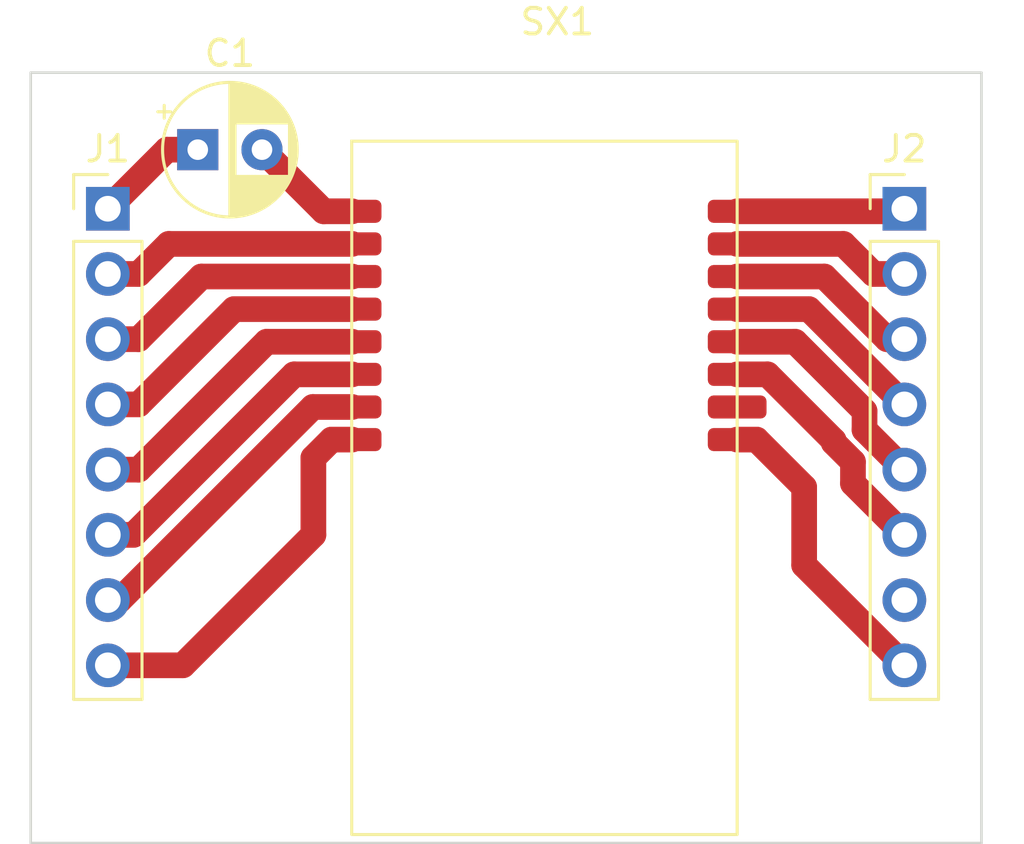
<source format=kicad_pcb>
(kicad_pcb (version 20221018) (generator pcbnew)
  (layers (0 "F.Cu" signal) (31 "B.Cu" signal) (34 "B.Paste" user) (35 "F.Paste" user) (36 "B.SilkS" user "B.Silkscreen") (37 "F.SilkS" user "F.Silkscreen") (38 "B.Mask" user) (39 "F.Mask" user) (44 "Edge.Cuts" user))
  (net 0 "")
  (net 1 "Net-(SX1-VCC)")
  (net 2 "Net-(J1-Pin_2)")
  (net 3 "Net-(J1-Pin_3)")
  (net 4 "Net-(J1-Pin_4)")
  (net 5 "Net-(J1-Pin_5)")
  (net 6 "Net-(J1-Pin_6)")
  (net 7 "Net-(J1-Pin_7)")
  (net 8 "Net-(J1-Pin_8)")
  (net 9 "Net-(J2-Pin_8)")
  (net 10 "Net-(J2-Pin_7)")
  (net 11 "Net-(J2-Pin_6)")
  (net 12 "Net-(J2-Pin_5)")
  (net 13 "Net-(J2-Pin_4)")
  (net 14 "Net-(J2-Pin_3)")
  (net 15 "Net-(J2-Pin_2)")
  (net 16 "Net-(J2-Pin_1)")
  (net 17 "Net-(J1-Pin_1)")
  (footprint "Capacitor_THT:CP_Radial_D5.0mm_P2.50mm" (layer "F.Cu") (at 116.5 100)
    (fp_text reference "C1" (at 1.25 -3.75) (layer "F.SilkS"))
    (fp_text value "C")
    (fp_line (start -1.554775 -1.475) (end -1.054775 -1.475) (stroke (width 0.12)) (layer "F.SilkS"))
    (fp_line (start -1.304775 -1.725) (end -1.304775 -1.225) (stroke (width 0.12)) (layer "F.SilkS"))
    (fp_line (start 1.25 -2.58) (end 1.25 2.58) (stroke (width 0.12)) (layer "F.SilkS"))
    (fp_line (start 1.29 -2.58) (end 1.29 2.58) (stroke (width 0.12)) (layer "F.SilkS"))
    (fp_line (start 1.33 -2.579) (end 1.33 2.579) (stroke (width 0.12)) (layer "F.SilkS"))
    (fp_line (start 1.37 -2.578) (end 1.37 2.578) (stroke (width 0.12)) (layer "F.SilkS"))
    (fp_line (start 1.41 -2.576) (end 1.41 2.576) (stroke (width 0.12)) (layer "F.SilkS"))
    (fp_line (start 1.45 -2.573) (end 1.45 2.573) (stroke (width 0.12)) (layer "F.SilkS"))
    (fp_line (start 1.49 -2.569) (end 1.49 -1.04) (stroke (width 0.12)) (layer "F.SilkS"))
    (fp_line (start 1.49 1.04) (end 1.49 2.569) (stroke (width 0.12)) (layer "F.SilkS"))
    (fp_line (start 1.53 -2.565) (end 1.53 -1.04) (stroke (width 0.12)) (layer "F.SilkS"))
    (fp_line (start 1.53 1.04) (end 1.53 2.565) (stroke (width 0.12)) (layer "F.SilkS"))
    (fp_line (start 1.57 -2.561) (end 1.57 -1.04) (stroke (width 0.12)) (layer "F.SilkS"))
    (fp_line (start 1.57 1.04) (end 1.57 2.561) (stroke (width 0.12)) (layer "F.SilkS"))
    (fp_line (start 1.61 -2.556) (end 1.61 -1.04) (stroke (width 0.12)) (layer "F.SilkS"))
    (fp_line (start 1.61 1.04) (end 1.61 2.556) (stroke (width 0.12)) (layer "F.SilkS"))
    (fp_line (start 1.65 -2.55) (end 1.65 -1.04) (stroke (width 0.12)) (layer "F.SilkS"))
    (fp_line (start 1.65 1.04) (end 1.65 2.55) (stroke (width 0.12)) (layer "F.SilkS"))
    (fp_line (start 1.69 -2.543) (end 1.69 -1.04) (stroke (width 0.12)) (layer "F.SilkS"))
    (fp_line (start 1.69 1.04) (end 1.69 2.543) (stroke (width 0.12)) (layer "F.SilkS"))
    (fp_line (start 1.73 -2.536) (end 1.73 -1.04) (stroke (width 0.12)) (layer "F.SilkS"))
    (fp_line (start 1.73 1.04) (end 1.73 2.536) (stroke (width 0.12)) (layer "F.SilkS"))
    (fp_line (start 1.77 -2.528) (end 1.77 -1.04) (stroke (width 0.12)) (layer "F.SilkS"))
    (fp_line (start 1.77 1.04) (end 1.77 2.528) (stroke (width 0.12)) (layer "F.SilkS"))
    (fp_line (start 1.81 -2.52) (end 1.81 -1.04) (stroke (width 0.12)) (layer "F.SilkS"))
    (fp_line (start 1.81 1.04) (end 1.81 2.52) (stroke (width 0.12)) (layer "F.SilkS"))
    (fp_line (start 1.85 -2.511) (end 1.85 -1.04) (stroke (width 0.12)) (layer "F.SilkS"))
    (fp_line (start 1.85 1.04) (end 1.85 2.511) (stroke (width 0.12)) (layer "F.SilkS"))
    (fp_line (start 1.89 -2.501) (end 1.89 -1.04) (stroke (width 0.12)) (layer "F.SilkS"))
    (fp_line (start 1.89 1.04) (end 1.89 2.501) (stroke (width 0.12)) (layer "F.SilkS"))
    (fp_line (start 1.93 -2.491) (end 1.93 -1.04) (stroke (width 0.12)) (layer "F.SilkS"))
    (fp_line (start 1.93 1.04) (end 1.93 2.491) (stroke (width 0.12)) (layer "F.SilkS"))
    (fp_line (start 1.971 -2.48) (end 1.971 -1.04) (stroke (width 0.12)) (layer "F.SilkS"))
    (fp_line (start 1.971 1.04) (end 1.971 2.48) (stroke (width 0.12)) (layer "F.SilkS"))
    (fp_line (start 2.011 -2.468) (end 2.011 -1.04) (stroke (width 0.12)) (layer "F.SilkS"))
    (fp_line (start 2.011 1.04) (end 2.011 2.468) (stroke (width 0.12)) (layer "F.SilkS"))
    (fp_line (start 2.051 -2.455) (end 2.051 -1.04) (stroke (width 0.12)) (layer "F.SilkS"))
    (fp_line (start 2.051 1.04) (end 2.051 2.455) (stroke (width 0.12)) (layer "F.SilkS"))
    (fp_line (start 2.091 -2.442) (end 2.091 -1.04) (stroke (width 0.12)) (layer "F.SilkS"))
    (fp_line (start 2.091 1.04) (end 2.091 2.442) (stroke (width 0.12)) (layer "F.SilkS"))
    (fp_line (start 2.131 -2.428) (end 2.131 -1.04) (stroke (width 0.12)) (layer "F.SilkS"))
    (fp_line (start 2.131 1.04) (end 2.131 2.428) (stroke (width 0.12)) (layer "F.SilkS"))
    (fp_line (start 2.171 -2.414) (end 2.171 -1.04) (stroke (width 0.12)) (layer "F.SilkS"))
    (fp_line (start 2.171 1.04) (end 2.171 2.414) (stroke (width 0.12)) (layer "F.SilkS"))
    (fp_line (start 2.211 -2.398) (end 2.211 -1.04) (stroke (width 0.12)) (layer "F.SilkS"))
    (fp_line (start 2.211 1.04) (end 2.211 2.398) (stroke (width 0.12)) (layer "F.SilkS"))
    (fp_line (start 2.251 -2.382) (end 2.251 -1.04) (stroke (width 0.12)) (layer "F.SilkS"))
    (fp_line (start 2.251 1.04) (end 2.251 2.382) (stroke (width 0.12)) (layer "F.SilkS"))
    (fp_line (start 2.291 -2.365) (end 2.291 -1.04) (stroke (width 0.12)) (layer "F.SilkS"))
    (fp_line (start 2.291 1.04) (end 2.291 2.365) (stroke (width 0.12)) (layer "F.SilkS"))
    (fp_line (start 2.331 -2.348) (end 2.331 -1.04) (stroke (width 0.12)) (layer "F.SilkS"))
    (fp_line (start 2.331 1.04) (end 2.331 2.348) (stroke (width 0.12)) (layer "F.SilkS"))
    (fp_line (start 2.371 -2.329) (end 2.371 -1.04) (stroke (width 0.12)) (layer "F.SilkS"))
    (fp_line (start 2.371 1.04) (end 2.371 2.329) (stroke (width 0.12)) (layer "F.SilkS"))
    (fp_line (start 2.411 -2.31) (end 2.411 -1.04) (stroke (width 0.12)) (layer "F.SilkS"))
    (fp_line (start 2.411 1.04) (end 2.411 2.31) (stroke (width 0.12)) (layer "F.SilkS"))
    (fp_line (start 2.451 -2.29) (end 2.451 -1.04) (stroke (width 0.12)) (layer "F.SilkS"))
    (fp_line (start 2.451 1.04) (end 2.451 2.29) (stroke (width 0.12)) (layer "F.SilkS"))
    (fp_line (start 2.491 -2.268) (end 2.491 -1.04) (stroke (width 0.12)) (layer "F.SilkS"))
    (fp_line (start 2.491 1.04) (end 2.491 2.268) (stroke (width 0.12)) (layer "F.SilkS"))
    (fp_line (start 2.531 -2.247) (end 2.531 -1.04) (stroke (width 0.12)) (layer "F.SilkS"))
    (fp_line (start 2.531 1.04) (end 2.531 2.247) (stroke (width 0.12)) (layer "F.SilkS"))
    (fp_line (start 2.571 -2.224) (end 2.571 -1.04) (stroke (width 0.12)) (layer "F.SilkS"))
    (fp_line (start 2.571 1.04) (end 2.571 2.224) (stroke (width 0.12)) (layer "F.SilkS"))
    (fp_line (start 2.611 -2.2) (end 2.611 -1.04) (stroke (width 0.12)) (layer "F.SilkS"))
    (fp_line (start 2.611 1.04) (end 2.611 2.2) (stroke (width 0.12)) (layer "F.SilkS"))
    (fp_line (start 2.651 -2.175) (end 2.651 -1.04) (stroke (width 0.12)) (layer "F.SilkS"))
    (fp_line (start 2.651 1.04) (end 2.651 2.175) (stroke (width 0.12)) (layer "F.SilkS"))
    (fp_line (start 2.691 -2.149) (end 2.691 -1.04) (stroke (width 0.12)) (layer "F.SilkS"))
    (fp_line (start 2.691 1.04) (end 2.691 2.149) (stroke (width 0.12)) (layer "F.SilkS"))
    (fp_line (start 2.731 -2.122) (end 2.731 -1.04) (stroke (width 0.12)) (layer "F.SilkS"))
    (fp_line (start 2.731 1.04) (end 2.731 2.122) (stroke (width 0.12)) (layer "F.SilkS"))
    (fp_line (start 2.771 -2.095) (end 2.771 -1.04) (stroke (width 0.12)) (layer "F.SilkS"))
    (fp_line (start 2.771 1.04) (end 2.771 2.095) (stroke (width 0.12)) (layer "F.SilkS"))
    (fp_line (start 2.811 -2.065) (end 2.811 -1.04) (stroke (width 0.12)) (layer "F.SilkS"))
    (fp_line (start 2.811 1.04) (end 2.811 2.065) (stroke (width 0.12)) (layer "F.SilkS"))
    (fp_line (start 2.851 -2.035) (end 2.851 -1.04) (stroke (width 0.12)) (layer "F.SilkS"))
    (fp_line (start 2.851 1.04) (end 2.851 2.035) (stroke (width 0.12)) (layer "F.SilkS"))
    (fp_line (start 2.891 -2.004) (end 2.891 -1.04) (stroke (width 0.12)) (layer "F.SilkS"))
    (fp_line (start 2.891 1.04) (end 2.891 2.004) (stroke (width 0.12)) (layer "F.SilkS"))
    (fp_line (start 2.931 -1.971) (end 2.931 -1.04) (stroke (width 0.12)) (layer "F.SilkS"))
    (fp_line (start 2.931 1.04) (end 2.931 1.971) (stroke (width 0.12)) (layer "F.SilkS"))
    (fp_line (start 2.971 -1.937) (end 2.971 -1.04) (stroke (width 0.12)) (layer "F.SilkS"))
    (fp_line (start 2.971 1.04) (end 2.971 1.937) (stroke (width 0.12)) (layer "F.SilkS"))
    (fp_line (start 3.011 -1.901) (end 3.011 -1.04) (stroke (width 0.12)) (layer "F.SilkS"))
    (fp_line (start 3.011 1.04) (end 3.011 1.901) (stroke (width 0.12)) (layer "F.SilkS"))
    (fp_line (start 3.051 -1.864) (end 3.051 -1.04) (stroke (width 0.12)) (layer "F.SilkS"))
    (fp_line (start 3.051 1.04) (end 3.051 1.864) (stroke (width 0.12)) (layer "F.SilkS"))
    (fp_line (start 3.091 -1.826) (end 3.091 -1.04) (stroke (width 0.12)) (layer "F.SilkS"))
    (fp_line (start 3.091 1.04) (end 3.091 1.826) (stroke (width 0.12)) (layer "F.SilkS"))
    (fp_line (start 3.131 -1.785) (end 3.131 -1.04) (stroke (width 0.12)) (layer "F.SilkS"))
    (fp_line (start 3.131 1.04) (end 3.131 1.785) (stroke (width 0.12)) (layer "F.SilkS"))
    (fp_line (start 3.171 -1.743) (end 3.171 -1.04) (stroke (width 0.12)) (layer "F.SilkS"))
    (fp_line (start 3.171 1.04) (end 3.171 1.743) (stroke (width 0.12)) (layer "F.SilkS"))
    (fp_line (start 3.211 -1.699) (end 3.211 -1.04) (stroke (width 0.12)) (layer "F.SilkS"))
    (fp_line (start 3.211 1.04) (end 3.211 1.699) (stroke (width 0.12)) (layer "F.SilkS"))
    (fp_line (start 3.251 -1.653) (end 3.251 -1.04) (stroke (width 0.12)) (layer "F.SilkS"))
    (fp_line (start 3.251 1.04) (end 3.251 1.653) (stroke (width 0.12)) (layer "F.SilkS"))
    (fp_line (start 3.291 -1.605) (end 3.291 -1.04) (stroke (width 0.12)) (layer "F.SilkS"))
    (fp_line (start 3.291 1.04) (end 3.291 1.605) (stroke (width 0.12)) (layer "F.SilkS"))
    (fp_line (start 3.331 -1.554) (end 3.331 -1.04) (stroke (width 0.12)) (layer "F.SilkS"))
    (fp_line (start 3.331 1.04) (end 3.331 1.554) (stroke (width 0.12)) (layer "F.SilkS"))
    (fp_line (start 3.371 -1.5) (end 3.371 -1.04) (stroke (width 0.12)) (layer "F.SilkS"))
    (fp_line (start 3.371 1.04) (end 3.371 1.5) (stroke (width 0.12)) (layer "F.SilkS"))
    (fp_line (start 3.411 -1.443) (end 3.411 -1.04) (stroke (width 0.12)) (layer "F.SilkS"))
    (fp_line (start 3.411 1.04) (end 3.411 1.443) (stroke (width 0.12)) (layer "F.SilkS"))
    (fp_line (start 3.451 -1.383) (end 3.451 -1.04) (stroke (width 0.12)) (layer "F.SilkS"))
    (fp_line (start 3.451 1.04) (end 3.451 1.383) (stroke (width 0.12)) (layer "F.SilkS"))
    (fp_line (start 3.491 -1.319) (end 3.491 -1.04) (stroke (width 0.12)) (layer "F.SilkS"))
    (fp_line (start 3.491 1.04) (end 3.491 1.319) (stroke (width 0.12)) (layer "F.SilkS"))
    (fp_line (start 3.531 -1.251) (end 3.531 -1.04) (stroke (width 0.12)) (layer "F.SilkS"))
    (fp_line (start 3.531 1.04) (end 3.531 1.251) (stroke (width 0.12)) (layer "F.SilkS"))
    (fp_line (start 3.571 -1.178) (end 3.571 1.178) (stroke (width 0.12)) (layer "F.SilkS"))
    (fp_line (start 3.611 -1.098) (end 3.611 1.098) (stroke (width 0.12)) (layer "F.SilkS"))
    (fp_line (start 3.651 -1.011) (end 3.651 1.011) (stroke (width 0.12)) (layer "F.SilkS"))
    (fp_line (start 3.691 -0.915) (end 3.691 0.915) (stroke (width 0.12)) (layer "F.SilkS"))
    (fp_line (start 3.731 -0.805) (end 3.731 0.805) (stroke (width 0.12)) (layer "F.SilkS"))
    (fp_line (start 3.771 -0.677) (end 3.771 0.677) (stroke (width 0.12)) (layer "F.SilkS"))
    (fp_line (start 3.811 -0.518) (end 3.811 0.518) (stroke (width 0.12)) (layer "F.SilkS"))
    (fp_line (start 3.851 -0.284) (end 3.851 0.284) (stroke (width 0.12)) (layer "F.SilkS"))
    (fp_circle (center 1.25 0) (end 3.87 0) (stroke (width 0.12)) (fill none) (layer "F.SilkS"))
    (pad "1" thru_hole rect (at 0 0) (size 1.6 1.6) (drill 0.8) (layers "*.Cu" "*.Mask") (net 17 "Net-(J1-Pin_1)"))
    (pad "2" thru_hole circle (at 2.5 0) (size 1.6 1.6) (drill 0.8) (layers "*.Cu" "*.Mask") (net 1 "Net-(SX1-VCC)"))
  )
  (footprint "Connector_PinHeader_2.54mm:PinHeader_1x08_P2.54mm_Vertical" (layer "F.Cu") (at 113 102.3)
    (fp_text reference "J1" (at 0 -2.33) (layer "F.SilkS"))
    (fp_text value "Conn_01x8")
    (fp_line (start -1.33 -1.33) (end 0 -1.33) (stroke (width 0.12)) (layer "F.SilkS"))
    (fp_line (start -1.33 0) (end -1.33 -1.33) (stroke (width 0.12)) (layer "F.SilkS"))
    (fp_line (start -1.33 1.27) (end -1.33 19.11) (stroke (width 0.12)) (layer "F.SilkS"))
    (fp_line (start -1.33 1.27) (end 1.33 1.27) (stroke (width 0.12)) (layer "F.SilkS"))
    (fp_line (start -1.33 19.11) (end 1.33 19.11) (stroke (width 0.12)) (layer "F.SilkS"))
    (fp_line (start 1.33 1.27) (end 1.33 19.11) (stroke (width 0.12)) (layer "F.SilkS"))
    (pad "1" thru_hole rect (at 0 0) (size 1.7 1.7) (drill 1) (layers "*.Cu" "*.Mask") (net 17 "Net-(J1-Pin_1)"))
    (pad "2" thru_hole oval (at 0 2.54) (size 1.7 1.7) (drill 1) (layers "*.Cu" "*.Mask") (net 2 "Net-(J1-Pin_2)"))
    (pad "3" thru_hole oval (at 0 5.08) (size 1.7 1.7) (drill 1) (layers "*.Cu" "*.Mask") (net 3 "Net-(J1-Pin_3)"))
    (pad "4" thru_hole oval (at 0 7.62) (size 1.7 1.7) (drill 1) (layers "*.Cu" "*.Mask") (net 4 "Net-(J1-Pin_4)"))
    (pad "5" thru_hole oval (at 0 10.16) (size 1.7 1.7) (drill 1) (layers "*.Cu" "*.Mask") (net 5 "Net-(J1-Pin_5)"))
    (pad "6" thru_hole oval (at 0 12.7) (size 1.7 1.7) (drill 1) (layers "*.Cu" "*.Mask") (net 6 "Net-(J1-Pin_6)"))
    (pad "7" thru_hole oval (at 0 15.24) (size 1.7 1.7) (drill 1) (layers "*.Cu" "*.Mask") (net 7 "Net-(J1-Pin_7)"))
    (pad "8" thru_hole oval (at 0 17.78) (size 1.7 1.7) (drill 1) (layers "*.Cu" "*.Mask") (net 8 "Net-(J1-Pin_8)"))
  )
  (footprint "SX1280:SX1280" (layer "F.Cu") (at 130.493 95.52)
    (fp_text reference "SX1" (at 0 -0.5 unlocked) (layer "F.SilkS"))
    (fp_text value "~")
    (fp_rect (start -8 4.15) (end 7 31.15) (stroke (width 0.12)) (fill none) (layer "F.SilkS"))
    (pad "1" smd roundrect (at -7.986 6.88) (size 2.286 0.9) (layers "F.Cu" "F.Paste" "F.Mask") (net 1 "Net-(SX1-VCC)"))
    (pad "2" smd roundrect (at -7.986 8.15) (size 2.286 0.9) (layers "F.Cu" "F.Paste" "F.Mask") (net 2 "Net-(J1-Pin_2)"))
    (pad "3" smd roundrect (at -7.986 9.42) (size 2.286 0.9) (layers "F.Cu" "F.Paste" "F.Mask") (net 3 "Net-(J1-Pin_3)"))
    (pad "4" smd roundrect (at -7.986 10.69) (size 2.286 0.9) (layers "F.Cu" "F.Paste" "F.Mask") (net 4 "Net-(J1-Pin_4)"))
    (pad "5" smd roundrect (at -7.986 11.96) (size 2.286 0.9) (layers "F.Cu" "F.Paste" "F.Mask") (net 5 "Net-(J1-Pin_5)"))
    (pad "6" smd roundrect (at -7.986 13.23) (size 2.286 0.9) (layers "F.Cu" "F.Paste" "F.Mask") (net 6 "Net-(J1-Pin_6)"))
    (pad "7" smd roundrect (at -7.986 14.5) (size 2.286 0.9) (layers "F.Cu" "F.Paste" "F.Mask") (net 7 "Net-(J1-Pin_7)"))
    (pad "8" smd roundrect (at -7.986 15.77) (size 2.286 0.9) (layers "F.Cu" "F.Paste" "F.Mask") (net 8 "Net-(J1-Pin_8)"))
    (pad "9" smd roundrect (at 7 15.77) (size 2.286 0.9) (layers "F.Cu" "F.Paste" "F.Mask") (net 9 "Net-(J2-Pin_8)"))
    (pad "10" smd roundrect (at 7 14.5) (size 2.286 0.9) (layers "F.Cu" "F.Paste" "F.Mask") (net 10 "Net-(J2-Pin_7)"))
    (pad "11" smd roundrect (at 7 13.23) (size 2.286 0.9) (layers "F.Cu" "F.Paste" "F.Mask") (net 11 "Net-(J2-Pin_6)"))
    (pad "12" smd roundrect (at 7 11.96) (size 2.286 0.9) (layers "F.Cu" "F.Paste" "F.Mask") (net 12 "Net-(J2-Pin_5)"))
    (pad "13" smd roundrect (at 7 10.69) (size 2.286 0.9) (layers "F.Cu" "F.Paste" "F.Mask") (net 13 "Net-(J2-Pin_4)"))
    (pad "14" smd roundrect (at 7 9.42) (size 2.286 0.9) (layers "F.Cu" "F.Paste" "F.Mask") (net 14 "Net-(J2-Pin_3)"))
    (pad "15" smd roundrect (at 7 8.15) (size 2.286 0.9) (layers "F.Cu" "F.Paste" "F.Mask") (net 15 "Net-(J2-Pin_2)"))
    (pad "16" smd roundrect (at 7 6.88) (size 2.286 0.9) (layers "F.Cu" "F.Paste" "F.Mask") (net 16 "Net-(J2-Pin_1)"))
  )
  (footprint "Connector_PinHeader_2.54mm:PinHeader_1x08_P2.54mm_Vertical" (layer "F.Cu") (at 144 102.3)
    (fp_text reference "J2" (at 0 -2.33) (layer "F.SilkS"))
    (fp_text value "Conn_01x08")
    (fp_line (start -1.33 -1.33) (end 0 -1.33) (stroke (width 0.12)) (layer "F.SilkS"))
    (fp_line (start -1.33 0) (end -1.33 -1.33) (stroke (width 0.12)) (layer "F.SilkS"))
    (fp_line (start -1.33 1.27) (end -1.33 19.11) (stroke (width 0.12)) (layer "F.SilkS"))
    (fp_line (start -1.33 1.27) (end 1.33 1.27) (stroke (width 0.12)) (layer "F.SilkS"))
    (fp_line (start -1.33 19.11) (end 1.33 19.11) (stroke (width 0.12)) (layer "F.SilkS"))
    (fp_line (start 1.33 1.27) (end 1.33 19.11) (stroke (width 0.12)) (layer "F.SilkS"))
    (pad "9" thru_hole oval (at 0 17.78) (size 1.7 1.7) (drill 1) (layers "*.Cu" "*.Mask") (net 9 "Net-(J2-Pin_8)"))
    (pad "10" thru_hole oval (at 0 15.24) (size 1.7 1.7) (drill 1) (layers "*.Cu" "*.Mask") (net 10 "Net-(J2-Pin_7)"))
    (pad "11" thru_hole oval (at 0 12.7) (size 1.7 1.7) (drill 1) (layers "*.Cu" "*.Mask") (net 11 "Net-(J2-Pin_6)"))
    (pad "12" thru_hole oval (at 0 10.16) (size 1.7 1.7) (drill 1) (layers "*.Cu" "*.Mask") (net 12 "Net-(J2-Pin_5)"))
    (pad "13" thru_hole oval (at 0 7.62) (size 1.7 1.7) (drill 1) (layers "*.Cu" "*.Mask") (net 13 "Net-(J2-Pin_4)"))
    (pad "14" thru_hole oval (at 0 5.08) (size 1.7 1.7) (drill 1) (layers "*.Cu" "*.Mask") (net 14 "Net-(J2-Pin_3)"))
    (pad "15" thru_hole oval (at 0 2.54) (size 1.7 1.7) (drill 1) (layers "*.Cu" "*.Mask") (net 15 "Net-(J2-Pin_2)"))
    (pad "16" thru_hole rect (at 0 0) (size 1.7 1.7) (drill 1) (layers "*.Cu" "*.Mask") (net 16 "Net-(J2-Pin_1)"))
  )
  (gr_line (start 147 127) (end 147 97) (stroke (width 0.1)) (layer "Edge.Cuts"))
  (gr_line (start 110 127) (end 147 127) (stroke (width 0.1)) (layer "Edge.Cuts"))
  (gr_line (start 110 97) (end 110 127) (stroke (width 0.1)) (layer "Edge.Cuts"))
  (gr_line (start 147 97) (end 110 97) (stroke (width 0.1)) (layer "Edge.Cuts"))
  (segment (start 122.507 102.4) (end 121.4 102.4) (width 1) (layer "F.Cu") (net 1))
  (segment (start 121.4 102.4) (end 119 100) (width 1) (layer "F.Cu") (net 1))
  (segment (start 115.372081 103.67) (end 114.202081 104.84) (width 1) (layer "F.Cu") (net 2))
  (segment (start 122.507 103.67) (end 115.372081 103.67) (width 1) (layer "F.Cu") (net 2))
  (segment (start 114.202081 104.84) (end 113 104.84) (width 1) (layer "F.Cu") (net 2))
  (segment (start 114.202081 107.38) (end 113 107.38) (width 1) (layer "F.Cu") (net 3))
  (segment (start 116.642081 104.94) (end 114.202081 107.38) (width 1) (layer "F.Cu") (net 3))
  (segment (start 122.507 104.94) (end 116.642081 104.94) (width 1) (layer "F.Cu") (net 3))
  (segment (start 117.912081 106.21) (end 114.202081 109.92) (width 1) (layer "F.Cu") (net 4))
  (segment (start 122.507 106.21) (end 117.912081 106.21) (width 1) (layer "F.Cu") (net 4))
  (segment (start 114.202081 109.92) (end 113 109.92) (width 1) (layer "F.Cu") (net 4))
  (segment (start 114.202081 112.46) (end 113 112.46) (width 1) (layer "F.Cu") (net 5))
  (segment (start 122.507 107.48) (end 119.182081 107.48) (width 1) (layer "F.Cu") (net 5))
  (segment (start 119.182081 107.48) (end 114.202081 112.46) (width 1) (layer "F.Cu") (net 5))
  (segment (start 122.507 108.75) (end 120.25 108.75) (width 1) (layer "F.Cu") (net 6))
  (segment (start 114 115) (end 113 115) (width 1) (layer "F.Cu") (net 6))
  (segment (start 120.25 108.75) (end 114 115) (width 1) (layer "F.Cu") (net 6))
  (segment (start 122.507 110.02) (end 120.98 110.02) (width 1) (layer "F.Cu") (net 7))
  (segment (start 113.46 117.54) (end 113 117.54) (width 1) (layer "F.Cu") (net 7))
  (segment (start 120.98 110.02) (end 113.46 117.54) (width 1) (layer "F.Cu") (net 7))
  (segment (start 121.71 111.29) (end 121 112) (width 1) (layer "F.Cu") (net 8))
  (segment (start 121 115) (end 115.92 120.08) (width 1) (layer "F.Cu") (net 8))
  (segment (start 115.92 120.08) (end 113 120.08) (width 1) (layer "F.Cu") (net 8))
  (segment (start 122.507 111.29) (end 121.71 111.29) (width 1) (layer "F.Cu") (net 8))
  (segment (start 121 112) (end 121 115) (width 1) (layer "F.Cu") (net 8))
  (segment (start 138.247092 111.29) (end 140.1 113.142908) (width 1) (layer "F.Cu") (net 9))
  (segment (start 140.1 116.18) (end 144 120.08) (width 1) (layer "F.Cu") (net 9))
  (segment (start 140.1 113.142908) (end 140.1 116.18) (width 1) (layer "F.Cu") (net 9))
  (segment (start 137.493 111.29) (end 138.247092 111.29) (width 1) (layer "F.Cu") (net 9))
  (segment (start 141.25 111.325852) (end 141.25 111.407056) (width 1) (layer "F.Cu") (net 11))
  (segment (start 137.493 108.75) (end 138.674148 108.75) (width 1) (layer "F.Cu") (net 11))
  (segment (start 142 112.157056) (end 142 113) (width 1) (layer "F.Cu") (net 11))
  (segment (start 138.674148 108.75) (end 141.25 111.325852) (width 1) (layer "F.Cu") (net 11))
  (segment (start 142 113) (end 144 115) (width 1) (layer "F.Cu") (net 11))
  (segment (start 141.25 111.407056) (end 142 112.157056) (width 1) (layer "F.Cu") (net 11))
  (segment (start 137.493 107.48) (end 139.75 107.48) (width 1) (layer "F.Cu") (net 12))
  (segment (start 142.45 110.18) (end 142.45 110.91) (width 1) (layer "F.Cu") (net 12))
  (segment (start 142.45 110.91) (end 144 112.46) (width 1) (layer "F.Cu") (net 12))
  (segment (start 139.75 107.48) (end 142.45 110.18) (width 1) (layer "F.Cu") (net 12))
  (segment (start 140.284319 106.21) (end 143.994319 109.92) (width 1) (layer "F.Cu") (net 13))
  (segment (start 143.994319 109.92) (end 144 109.92) (width 1) (layer "F.Cu") (net 13))
  (segment (start 137.493 106.21) (end 140.284319 106.21) (width 1) (layer "F.Cu") (net 13))
  (segment (start 137.493 104.94) (end 140.88716 104.94) (width 1) (layer "F.Cu") (net 14))
  (segment (start 143.32716 107.38) (end 144 107.38) (width 1) (layer "F.Cu") (net 14))
  (segment (start 140.88716 104.94) (end 143.32716 107.38) (width 1) (layer "F.Cu") (net 14))
  (segment (start 141.627919 103.67) (end 142.797919 104.84) (width 1) (layer "F.Cu") (net 15))
  (segment (start 142.797919 104.84) (end 144 104.84) (width 1) (layer "F.Cu") (net 15))
  (segment (start 137.493 103.67) (end 141.627919 103.67) (width 1) (layer "F.Cu") (net 15))
  (segment (start 143.9 102.4) (end 144 102.3) (width 1) (layer "F.Cu") (net 16))
  (segment (start 137.493 102.4) (end 143.9 102.4) (width 1) (layer "F.Cu") (net 16))
  (segment (start 115.3 100) (end 113 102.3) (width 1) (layer "F.Cu") (net 17))
  (segment (start 116.5 100) (end 115.3 100) (width 1) (layer "F.Cu") (net 17))
)
</source>
